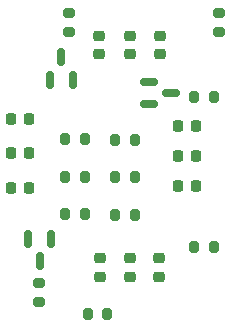
<source format=gbr>
%TF.GenerationSoftware,KiCad,Pcbnew,(6.0.4)*%
%TF.CreationDate,2024-03-23T19:03:43+02:00*%
%TF.ProjectId,EEE3088 Sensing,45454533-3038-4382-9053-656e73696e67,R1.0*%
%TF.SameCoordinates,Original*%
%TF.FileFunction,Paste,Top*%
%TF.FilePolarity,Positive*%
%FSLAX46Y46*%
G04 Gerber Fmt 4.6, Leading zero omitted, Abs format (unit mm)*
G04 Created by KiCad (PCBNEW (6.0.4)) date 2024-03-23 19:03:43*
%MOMM*%
%LPD*%
G01*
G04 APERTURE LIST*
G04 Aperture macros list*
%AMRoundRect*
0 Rectangle with rounded corners*
0 $1 Rounding radius*
0 $2 $3 $4 $5 $6 $7 $8 $9 X,Y pos of 4 corners*
0 Add a 4 corners polygon primitive as box body*
4,1,4,$2,$3,$4,$5,$6,$7,$8,$9,$2,$3,0*
0 Add four circle primitives for the rounded corners*
1,1,$1+$1,$2,$3*
1,1,$1+$1,$4,$5*
1,1,$1+$1,$6,$7*
1,1,$1+$1,$8,$9*
0 Add four rect primitives between the rounded corners*
20,1,$1+$1,$2,$3,$4,$5,0*
20,1,$1+$1,$4,$5,$6,$7,0*
20,1,$1+$1,$6,$7,$8,$9,0*
20,1,$1+$1,$8,$9,$2,$3,0*%
G04 Aperture macros list end*
%ADD10RoundRect,0.225000X0.250000X-0.225000X0.250000X0.225000X-0.250000X0.225000X-0.250000X-0.225000X0*%
%ADD11RoundRect,0.200000X-0.200000X-0.275000X0.200000X-0.275000X0.200000X0.275000X-0.200000X0.275000X0*%
%ADD12RoundRect,0.225000X-0.250000X0.225000X-0.250000X-0.225000X0.250000X-0.225000X0.250000X0.225000X0*%
%ADD13RoundRect,0.225000X0.225000X0.250000X-0.225000X0.250000X-0.225000X-0.250000X0.225000X-0.250000X0*%
%ADD14RoundRect,0.200000X-0.275000X0.200000X-0.275000X-0.200000X0.275000X-0.200000X0.275000X0.200000X0*%
%ADD15RoundRect,0.200000X0.200000X0.275000X-0.200000X0.275000X-0.200000X-0.275000X0.200000X-0.275000X0*%
%ADD16RoundRect,0.225000X-0.225000X-0.250000X0.225000X-0.250000X0.225000X0.250000X-0.225000X0.250000X0*%
%ADD17RoundRect,0.150000X0.150000X-0.587500X0.150000X0.587500X-0.150000X0.587500X-0.150000X-0.587500X0*%
%ADD18RoundRect,0.200000X0.275000X-0.200000X0.275000X0.200000X-0.275000X0.200000X-0.275000X-0.200000X0*%
%ADD19RoundRect,0.150000X-0.587500X-0.150000X0.587500X-0.150000X0.587500X0.150000X-0.587500X0.150000X0*%
%ADD20RoundRect,0.150000X-0.150000X0.587500X-0.150000X-0.587500X0.150000X-0.587500X0.150000X0.587500X0*%
G04 APERTURE END LIST*
D10*
%TO.C,C6*%
X139700000Y-82600000D03*
X139700000Y-81050000D03*
%TD*%
D11*
%TO.C,R6*%
X134253000Y-77316000D03*
X135903000Y-77316000D03*
%TD*%
D10*
%TO.C,C9*%
X137160000Y-82600000D03*
X137160000Y-81050000D03*
%TD*%
D12*
%TO.C,C2*%
X137150000Y-62204000D03*
X137150000Y-63754000D03*
%TD*%
D13*
%TO.C,C4*%
X145314000Y-72390000D03*
X143764000Y-72390000D03*
%TD*%
D14*
%TO.C,R8*%
X147270000Y-60235000D03*
X147270000Y-61885000D03*
%TD*%
D10*
%TO.C,C3*%
X142200000Y-82600000D03*
X142200000Y-81050000D03*
%TD*%
D12*
%TO.C,C5*%
X139700000Y-62204000D03*
X139700000Y-63754000D03*
%TD*%
D15*
%TO.C,R11*%
X140144000Y-70993000D03*
X138494000Y-70993000D03*
%TD*%
D16*
%TO.C,C12*%
X129641000Y-72136000D03*
X131191000Y-72136000D03*
%TD*%
D17*
%TO.C,Q2*%
X132974000Y-65913000D03*
X134874000Y-65913000D03*
X133924000Y-64038000D03*
%TD*%
D13*
%TO.C,C1*%
X145314000Y-69850000D03*
X143764000Y-69850000D03*
%TD*%
D11*
%TO.C,R5*%
X134253000Y-70966000D03*
X135903000Y-70966000D03*
%TD*%
D15*
%TO.C,R7*%
X146825000Y-80110000D03*
X145175000Y-80110000D03*
%TD*%
D14*
%TO.C,R2*%
X134570000Y-60235000D03*
X134570000Y-61885000D03*
%TD*%
D18*
%TO.C,R9*%
X132030000Y-84745000D03*
X132030000Y-83095000D03*
%TD*%
D15*
%TO.C,R1*%
X146825000Y-67410000D03*
X145175000Y-67410000D03*
%TD*%
%TO.C,R12*%
X140144000Y-77343000D03*
X138494000Y-77343000D03*
%TD*%
D11*
%TO.C,R4*%
X134253000Y-74141000D03*
X135903000Y-74141000D03*
%TD*%
D16*
%TO.C,C11*%
X129654000Y-69215000D03*
X131204000Y-69215000D03*
%TD*%
D15*
%TO.C,R10*%
X140144000Y-74168000D03*
X138494000Y-74168000D03*
%TD*%
D19*
%TO.C,Q1*%
X141302500Y-66106000D03*
X141302500Y-68006000D03*
X143177500Y-67056000D03*
%TD*%
D15*
%TO.C,R3*%
X137795000Y-85725000D03*
X136145000Y-85725000D03*
%TD*%
D12*
%TO.C,C8*%
X142240000Y-62204000D03*
X142240000Y-63754000D03*
%TD*%
D13*
%TO.C,C7*%
X145314000Y-74930000D03*
X143764000Y-74930000D03*
%TD*%
D16*
%TO.C,C10*%
X129641000Y-75057000D03*
X131191000Y-75057000D03*
%TD*%
D20*
%TO.C,Q3*%
X133030000Y-79405000D03*
X131130000Y-79405000D03*
X132080000Y-81280000D03*
%TD*%
M02*

</source>
